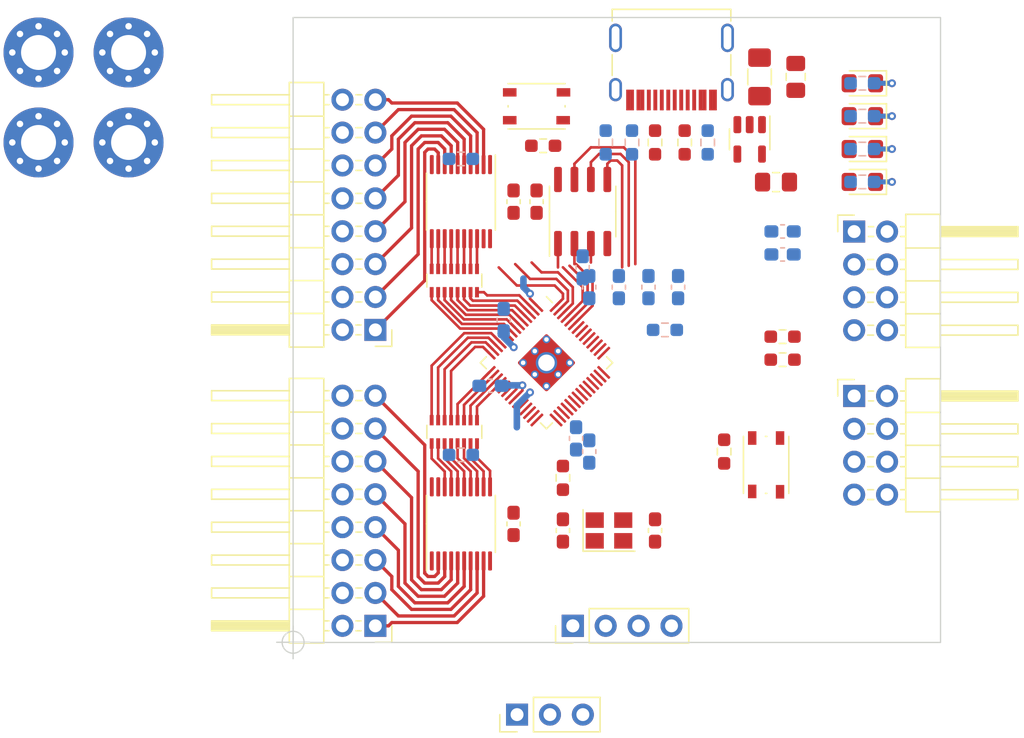
<source format=kicad_pcb>
(kicad_pcb (version 20211014) (generator pcbnew)
  (title_block (title "Jackrabbit RP2040 Logic Analyzer") (date "2022-07-10") (rev "A") (comment 2 "Ray Sun") (comment 3 "Brandon Gong") (comment 4 "Brain Cruz"))
  (layers (0 "F.Cu" signal) (31 "B.Cu" signal) (36 "B.SilkS" user "B.Silkscreen") (37 "F.SilkS" user "F.Silkscreen") (38 "B.Mask" user) (39 "F.Mask" user) (44 "Edge.Cuts" user))
  (net 0 "")
  (net 1 "+3V3")
  (net 2 "GND")
  (net 3 "+5V")
  (net 4 "+1V1")
  (net 5 "/VREF_ADC")
  (net 6 "Net-(C17-Pad2)")
  (net 7 "Net-(C18-Pad2)")
  (net 8 "Net-(D1-Pad1)")
  (net 9 "Net-(D2-Pad1)")
  (net 10 "Net-(D3-Pad1)")
  (net 11 "Net-(D4-Pad1)")
  (net 12 "VUSB")
  (net 13 "Net-(J1-PadA5)")
  (net 14 "/USB_D+")
  (net 15 "/USB_D-")
  (net 17 "Net-(J1-PadB5)")
  (net 19 "/OUT_DIG0")
  (net 20 "/OUT_DIG1")
  (net 21 "/OUT_DIG2")
  (net 22 "/OUT_DIG3")
  (net 23 "/OUT_DIG4")
  (net 24 "/OUT_DIG5")
  (net 25 "/OUT_DIG6")
  (net 26 "/OUT_DIG7")
  (net 27 "/OUT_DIG8")
  (net 28 "/OUT_DIG9")
  (net 29 "/OUT_DIG10")
  (net 30 "/OUT_DIG11")
  (net 31 "/OUT_DIG12")
  (net 32 "/OUT_DIG13")
  (net 33 "/OUT_DIG14")
  (net 34 "/OUT_DIG15")
  (net 35 "/ADC0")
  (net 36 "/ADC1")
  (net 37 "/ADC2")
  (net 38 "/ADC3")
  (net 39 "/RX")
  (net 40 "/TX")
  (net 41 "/SWCLK")
  (net 42 "/SWDIO")
  (net 43 "Net-(R4-Pad1)")
  (net 44 "Net-(R5-Pad1)")
  (net 45 "/QSPI_SS")
  (net 46 "/~{DIR_OUT_A}")
  (net 47 "/~{USB_BOOT}")
  (net 48 "Net-(R11-Pad2)")
  (net 49 "/~{DIR_OUT_B}")
  (net 50 "/~{RESET}")
  (net 51 "/LEDA")
  (net 52 "/LEDB")
  (net 53 "/LEDC")
  (net 55 "/DIG7")
  (net 56 "/DIG6")
  (net 57 "/DIG5")
  (net 58 "/DIG4")
  (net 59 "/DIG3")
  (net 60 "/DIG2")
  (net 61 "/DIG1")
  (net 62 "/DIG0")
  (net 63 "/QSPI_SD1")
  (net 64 "/QSPI_SD2")
  (net 65 "/QSPI_SD0")
  (net 66 "/QSPI_SCLK")
  (net 67 "/QSPI_SD3")
  (net 68 "/DIG8")
  (net 69 "/DIG9")
  (net 70 "/DIG10")
  (net 71 "/DIG11")
  (net 72 "/DIG12")
  (net 73 "/DIG13")
  (net 74 "/DIG14")
  (net 75 "/DIG15")
  (net 79 "Net-(R7-Pad1)")
  (net 80 "Net-(R8-Pad1)")
  (net 81 "Net-(RN1-Pad1)")
  (net 82 "Net-(RN1-Pad2)")
  (net 83 "Net-(RN1-Pad3)")
  (net 84 "Net-(RN1-Pad4)")
  (net 85 "Net-(RN1-Pad5)")
  (net 86 "Net-(RN1-Pad6)")
  (net 87 "Net-(RN1-Pad7)")
  (net 88 "Net-(RN1-Pad8)")
  (net 89 "Net-(RN2-Pad1)")
  (net 90 "Net-(RN2-Pad2)")
  (net 91 "Net-(RN2-Pad3)")
  (net 92 "Net-(RN2-Pad4)")
  (net 93 "Net-(RN2-Pad5)")
  (net 94 "Net-(RN2-Pad6)")
  (net 95 "Net-(RN2-Pad7)")
  (net 96 "Net-(RN2-Pad8)")
  (footprint "jackrabbit:RP2040-QFN-56_HandSoldering" (layer "F.Cu") (at 140.778 120.635 -45)
    (fp_text reference "U4" hide)
    (fp_text value "RP2040")
  )
  (footprint "Connector_PinHeader_2.54mm:PinHeader_2x04_P2.54mm_Horizontal" (layer "F.Cu") (at 164.53 123.2)
    (fp_text reference "J4" hide)
    (fp_text value "PinHeader_2.54mm_02x04")
  )
  (footprint "Resistor_SMD:R_0603_1608Metric_Pad0.98x0.95mm_HandSolder" (layer "F.Cu") (at 142.048 129.525 90)
    (fp_text reference "R11" hide)
    (fp_text value "1k")
  )
  (footprint "Package_TO_SOT_SMD:SOT-23-5" (layer "F.Cu") (at 156.464 103.378 -90)
    (fp_text reference "U1" hide)
    (fp_text value "MIC5319-3.3YD5")
  )
  (footprint "Resistor_SMD:R_Array_Convex_8x0602" (layer "F.Cu") (at 133.666 125.969 90)
    (fp_text reference "RN2" hide)
    (fp_text value "220")
  )
  (footprint "Button_Switch_SMD:SW_Push_1P1T_NO_Vertical_Wuerth_434133025816" (layer "F.Cu") (at 140.016 100.823)
    (fp_text reference "SW1" hide)
    (fp_text value "SW_Push")
  )
  (footprint "Capacitor_SMD:C_0603_1608Metric_Pad1.08x0.95mm_HandSolder" (layer "F.Cu") (at 140.016 108.189 -90)
    (fp_text reference "C15" hide)
    (fp_text value "100n")
  )
  (footprint "Button_Switch_SMD:SW_Push_1P1T_NO_Vertical_Wuerth_434133025816" (layer "F.Cu") (at 157.734 128.524 -90)
    (fp_text reference "SW2" hide)
    (fp_text value "SW_Push")
  )
  (footprint "MountingHole:MountingHole_2.7mm_M2.5_Pad_Via" (layer "F.Cu") (at 101.57 103.617)
    (fp_text reference "H4" hide)
    (fp_text value "M2.5")
  )
  (footprint "Resistor_SMD:R_0603_1608Metric_Pad0.98x0.95mm_HandSolder" (layer "F.Cu") (at 151.446 103.617 90)
    (fp_text reference "R5" hide)
    (fp_text value "27")
  )
  (footprint "LED_SMD:LED_0805_2012Metric_Pad1.15x1.40mm_HandSolder" (layer "F.Cu") (at 165.162 101.585 180)
    (fp_text reference "D2" hide)
    (fp_text value "YEL")
  )
  (footprint "Capacitor_SMD:C_0805_2012Metric_Pad1.18x1.45mm_HandSolder" (layer "F.Cu") (at 160.02 98.552 90)
    (fp_text reference "C2" hide)
    (fp_text value "10u")
  )
  (footprint "Crystal:Crystal_SMD_SeikoEpson_FA238-4Pin_3.2x2.5mm" (layer "F.Cu") (at 145.604 133.589)
    (fp_text reference "Y1" hide)
    (fp_text value "ECS-120-18-33-JGN")
  )
  (footprint "Package_SO:TSSOP-20_4.4x5mm_P0.5mm" (layer "F.Cu") (at 134.174 133.081 90)
    (fp_text reference "U5" hide)
    (fp_text value "74LVX245")
  )
  (footprint "Connector_PinHeader_2.54mm:PinHeader_2x08_P2.54mm_Horizontal" (layer "F.Cu") (at 127.57 118.095 180)
    (fp_text reference "J2" hide)
    (fp_text value "PinHeader_2.54mm_02x08")
  )
  (footprint "Capacitor_SMD:C_0805_2012Metric_Pad1.18x1.45mm_HandSolder" (layer "F.Cu") (at 158.496 106.68)
    (fp_text reference "C3" hide)
    (fp_text value "10u")
  )
  (footprint "Connector_PinHeader_2.54mm:PinHeader_1x04_P2.54mm_Vertical" (layer "F.Cu") (at 142.81 140.955 90)
    (fp_text reference "J6" hide)
    (fp_text value "PinHeader_2.54mm_01x04")
  )
  (footprint "MountingHole:MountingHole_2.7mm_M2.5_Pad_Via" (layer "F.Cu") (at 108.52 96.667)
    (fp_text reference "H3" hide)
    (fp_text value "M2.5")
  )
  (footprint "Package_SO:SOIC-8_3.9x4.9mm_P1.27mm" (layer "F.Cu") (at 143.572 108.951 90)
    (fp_text reference "U3" hide)
    (fp_text value "W25Q16JVSNIQ")
  )
  (footprint "LED_SMD:LED_0805_2012Metric_Pad1.15x1.40mm_HandSolder" (layer "F.Cu") (at 165.162 104.125 180)
    (fp_text reference "D3" hide)
    (fp_text value "GRN")
  )
  (footprint "Capacitor_SMD:C_0603_1608Metric_Pad1.08x0.95mm_HandSolder" (layer "F.Cu") (at 138.238 133.081 -90)
    (fp_text reference "C16" hide)
    (fp_text value "100n")
  )
  (footprint "LED_SMD:LED_0805_2012Metric_Pad1.15x1.40mm_HandSolder" (layer "F.Cu") (at 165.162 99.045 180)
    (fp_text reference "D1" hide)
    (fp_text value "RED")
  )
  (footprint "MountingHole:MountingHole_2.7mm_M2.5_Pad_Via" (layer "F.Cu") (at 101.57 96.667)
    (fp_text reference "H2" hide)
    (fp_text value "M2.5")
  )
  (footprint "Connector_PinHeader_2.54mm:PinHeader_2x08_P2.54mm_Horizontal" (layer "F.Cu") (at 127.57 140.955 180)
    (fp_text reference "J3" hide)
    (fp_text value "PinHeader_2.54mm_02x08")
  )
  (footprint "MountingHole:MountingHole_2.7mm_M2.5_Pad_Via" (layer "F.Cu") (at 108.52 103.617)
    (fp_text reference "H1" hide)
    (fp_text value "M2.5")
  )
  (footprint "LED_SMD:LED_0805_2012Metric_Pad1.15x1.40mm_HandSolder" (layer "F.Cu") (at 165.162 106.665 180)
    (fp_text reference "D4" hide)
    (fp_text value "BLU")
  )
  (footprint "Resistor_SMD:R_0603_1608Metric_Pad0.98x0.95mm_HandSolder" (layer "F.Cu") (at 159.004 120.396)
    (fp_text reference "R7" hide)
    (fp_text value "100")
  )
  (footprint "Capacitor_SMD:C_0603_1608Metric_Pad1.08x0.95mm_HandSolder" (layer "F.Cu") (at 138.238 108.189 90)
    (fp_text reference "C11" hide)
    (fp_text value "100n")
  )
  (footprint "Connector_PinHeader_2.54mm:PinHeader_2x04_P2.54mm_Horizontal" (layer "F.Cu") (at 164.53 110.5)
    (fp_text reference "J5" hide)
    (fp_text value "PinHeader_2.54mm_02x04")
  )
  (footprint "Resistor_SMD:R_0603_1608Metric_Pad0.98x0.95mm_HandSolder" (layer "F.Cu") (at 154.494 127.493 90)
    (fp_text reference "R13" hide)
    (fp_text value "10k")
  )
  (footprint "Fuse:Fuse_1206_3216Metric_Pad1.42x1.75mm_HandSolder" (layer "F.Cu") (at 157.226 98.552 -90)
    (fp_text reference "F1" hide)
    (fp_text value "0ZCJ0025FF2E")
  )
  (footprint "Resistor_SMD:R_0603_1608Metric_Pad0.98x0.95mm_HandSolder" (layer "F.Cu") (at 159.004 118.618)
    (fp_text reference "R8" hide)
    (fp_text value "100")
  )
  (footprint "Resistor_SMD:R_0603_1608Metric_Pad0.98x0.95mm_HandSolder" (layer "F.Cu") (at 149.16 103.617 90)
    (fp_text reference "R4" hide)
    (fp_text value "27")
  )
  (footprint "Resistor_SMD:R_0603_1608Metric_Pad0.98x0.95mm_HandSolder" (layer "F.Cu") (at 140.524 103.871)
    (fp_text reference "R6" hide)
    (fp_text value "DNP")
  )
  (footprint "Resistor_SMD:R_Array_Convex_8x0602" (layer "F.Cu") (at 133.666 114.285 -90)
    (fp_text reference "RN1" hide)
    (fp_text value "220")
  )
  (footprint "Capacitor_SMD:C_0603_1608Metric_Pad1.08x0.95mm_HandSolder" (layer "F.Cu") (at 142.048 133.589 -90)
    (fp_text reference "C17" hide)
    (fp_text value "27p")
  )
  (footprint "Package_SO:TSSOP-20_4.4x5mm_P0.5mm" (layer "F.Cu") (at 134.174 108.189 -90)
    (fp_text reference "U2" hide)
    (fp_text value "74LVX245")
  )
  (footprint "Capacitor_SMD:C_0603_1608Metric_Pad1.08x0.95mm_HandSolder" (layer "F.Cu") (at 149.16 133.589 90)
    (fp_text reference "C18" hide)
    (fp_text value "27p")
  )
  (footprint "jackrabbit:USB_C_Receptacle_Molex_2171790001" (layer "F.Cu") (at 150.43 99.538 180)
    (fp_text reference "J1" hide)
    (fp_text value "USB_C")
  )
  (footprint "Connector_PinHeader_2.54mm:PinHeader_1x03_P2.54mm_Vertical" (layer "F.Cu") (at 138.507 147.813 90)
    (fp_text reference "J7" hide)
    (fp_text value "PinHeader_2.54mm_01x03")
  )
  (footprint "Resistor_SMD:R_0603_1608Metric_Pad0.98x0.95mm_HandSolder" (layer "B.Cu") (at 134.174 127.747)
    (fp_text reference "R12" hide)
    (fp_text value "10k")
  )
  (footprint "Resistor_SMD:R_0603_1608Metric_Pad0.98x0.95mm_HandSolder" (layer "B.Cu") (at 165.162 106.665 180)
    (fp_text reference "R17" hide)
    (fp_text value "100")
  )
  (footprint "Capacitor_SMD:C_0603_1608Metric_Pad1.08x0.95mm_HandSolder" (layer "B.Cu") (at 144.08 114.793 -90)
    (fp_text reference "C13" hide)
    (fp_text value "100n")
  )
  (footprint "Resistor_SMD:R_0603_1608Metric_Pad0.98x0.95mm_HandSolder" (layer "B.Cu") (at 147.382 103.617 -90)
    (fp_text reference "R1" hide)
    (fp_text value "5.1k")
  )
  (footprint "Resistor_SMD:R_0603_1608Metric_Pad0.98x0.95mm_HandSolder" (layer "B.Cu") (at 165.162 104.125 180)
    (fp_text reference "R16" hide)
    (fp_text value "100")
  )
  (footprint "Capacitor_SMD:C_0603_1608Metric_Pad1.08x0.95mm_HandSolder" (layer "B.Cu") (at 137.476 117.333 90)
    (fp_text reference "C8" hide)
    (fp_text value "100n")
  )
  (footprint "Capacitor_SMD:C_0603_1608Metric_Pad1.08x0.95mm_HandSolder" (layer "B.Cu") (at 150.938 114.793 90)
    (fp_text reference "C1" hide)
    (fp_text value "2.2u")
  )
  (footprint "Resistor_SMD:R_0603_1608Metric_Pad0.98x0.95mm_HandSolder" (layer "B.Cu") (at 149.922 118.095 180)
    (fp_text reference "R3" hide)
    (fp_text value "200")
  )
  (footprint "Capacitor_SMD:C_0603_1608Metric_Pad1.08x0.95mm_HandSolder" (layer "B.Cu") (at 148.652 114.793 -90)
    (fp_text reference "C10" hide)
    (fp_text value "2.2u")
  )
  (footprint "Capacitor_SMD:C_0603_1608Metric_Pad1.08x0.95mm_HandSolder" (layer "B.Cu") (at 136.46 122.413 180)
    (fp_text reference "C7" hide)
    (fp_text value "100n")
  )
  (footprint "Resistor_SMD:R_0603_1608Metric_Pad0.98x0.95mm_HandSolder" (layer "B.Cu") (at 165.162 101.585 180)
    (fp_text reference "R15" hide)
    (fp_text value "100")
  )
  (footprint "Resistor_SMD:R_0603_1608Metric_Pad0.98x0.95mm_HandSolder" (layer "B.Cu") (at 165.162 99.045 180)
    (fp_text reference "R14" hide)
    (fp_text value "1k")
  )
  (footprint "Capacitor_SMD:C_0603_1608Metric_Pad1.08x0.95mm_HandSolder" (layer "B.Cu") (at 146.366 114.793 90)
    (fp_text reference "C4" hide)
    (fp_text value "100n")
  )
  (footprint "Resistor_SMD:R_0603_1608Metric_Pad0.98x0.95mm_HandSolder" (layer "B.Cu") (at 153.224 103.617 -90)
    (fp_text reference "R2" hide)
    (fp_text value "5.1k")
  )
  (footprint "Capacitor_SMD:C_0603_1608Metric_Pad1.08x0.95mm_HandSolder" (layer "B.Cu") (at 143.064 126.477 90)
    (fp_text reference "C12" hide)
    (fp_text value "100n")
  )
  (footprint "Capacitor_SMD:C_0603_1608Metric_Pad1.08x0.95mm_HandSolder" (layer "B.Cu") (at 144.08 127.493 -90)
    (fp_text reference "C6" hide)
    (fp_text value "100n")
  )
  (footprint "Capacitor_SMD:C_0603_1608Metric_Pad1.08x0.95mm_HandSolder" (layer "B.Cu") (at 159.004 110.49)
    (fp_text reference "C14" hide)
    (fp_text value "2.2u")
  )
  (footprint "Resistor_SMD:R_0603_1608Metric_Pad0.98x0.95mm_HandSolder" (layer "B.Cu") (at 134.174 104.887)
    (fp_text reference "R9" hide)
    (fp_text value "10k")
  )
  (footprint "Capacitor_SMD:C_0603_1608Metric_Pad1.08x0.95mm_HandSolder" (layer "B.Cu") (at 143.572 113.269 90)
    (fp_text reference "C9" hide)
    (fp_text value "100n")
  )
  (footprint "Resistor_SMD:R_0603_1608Metric_Pad0.98x0.95mm_HandSolder" (layer "B.Cu") (at 145.35 103.617 90)
    (fp_text reference "R10" hide)
    (fp_text value "1k")
  )
  (footprint "Capacitor_SMD:C_0603_1608Metric_Pad1.08x0.95mm_HandSolder" (layer "B.Cu") (at 159.004 112.268)
    (fp_text reference "C5" hide)
    (fp_text value "100n")
  )
  (gr_rect (start 121.22 93.965) (end 171.196 142.24) (layer "Edge.Cuts") (width 0.1016) (fill none))
  (target plus (at 121.22 142.225) (size 2.54) (width 0.1016) (layer "Edge.Cuts"))
  (segment (start 138.338482 123.357361) (end 138.91828 122.777563) (width 0.2032) (layer "F.Cu") (net 1))
  (segment (start 137.489953 118.761167) (end 138.165532 119.436746) (width 0.2032) (layer "F.Cu") (net 1))
  (segment (start 138.91828 122.777563) (end 138.91828 122.378496) (width 0.2032) (layer "F.Cu") (net 1))
  (segment (start 139.508 115.688045) (end 139.508 115.301) (width 0.2032) (layer "F.Cu") (net 1))
  (segment (start 140.035538 116.215583) (end 139.508 115.688045) (width 0.2032) (layer "F.Cu") (net 1))
  (segment (start 138.165532 119.436746) (end 138.250818 119.436746) (width 0.2032) (layer "F.Cu") (net 1))
  (via (at 138.250818 119.436746) (size 0.6096) (drill 0.3048) (layers "F.Cu" "B.Cu") (net 1))
  (via (at 139.508 115.301) (size 0.6096) (drill 0.3048) (layers "F.Cu" "B.Cu") (net 1))
  (via (at 138.91828 122.378496) (size 0.6096) (drill 0.3048) (layers "F.Cu" "B.Cu") (net 1))
  (segment (start 139 114.793) (end 139.508 115.301) (width 0.508) (layer "B.Cu") (net 1))
  (segment (start 137.357004 122.378496) (end 137.3225 122.413) (width 0.508) (layer "B.Cu") (net 1))
  (segment (start 138.91828 122.378496) (end 137.357004 122.378496) (width 0.508) (layer "B.Cu") (net 1))
  (segment (start 137.476 118.1955) (end 137.476 118.661928) (width 0.508) (layer "B.Cu") (net 1))
  (segment (start 139 114.1315) (end 139 114.793) (width 0.508) (layer "B.Cu") (net 1))
  (segment (start 137.476 118.661928) (end 138.250818 119.436746) (width 0.508) (layer "B.Cu") (net 1))
  (segment (start 139.340528 122.921) (end 139.508 122.921) (width 0.2032) (layer "F.Cu") (net 4))
  (segment (start 138.621324 123.640204) (end 139.340528 122.921) (width 0.2032) (layer "F.Cu") (net 4))
  (via (at 139.508 122.921) (size 0.6096) (drill 0.3048) (layers "F.Cu" "B.Cu") (net 4))
  (segment (start 138.492 123.937) (end 138.492 125.6145) (width 0.508) (layer "B.Cu") (net 4))
  (segment (start 139.508 122.921) (end 138.492 123.937) (width 0.508) (layer "B.Cu") (net 4))
  (segment (start 166.187 99.045) (end 167.448 99.045) (width 0.381) (layer "F.Cu") (net 8))
  (via (at 167.448 99.045) (size 0.6096) (drill 0.3048) (layers "F.Cu" "B.Cu") (net 8))
  (segment (start 167.448 99.045) (end 166.0745 99.045) (width 0.381) (layer "B.Cu") (net 8))
  (segment (start 167.448 101.585) (end 166.187 101.585) (width 0.381) (layer "F.Cu") (net 9))
  (via (at 167.448 101.585) (size 0.6096) (drill 0.3048) (layers "F.Cu" "B.Cu") (net 9))
  (segment (start 166.0745 101.585) (end 167.448 101.585) (width 0.381) (layer "B.Cu") (net 9))
  (segment (start 166.187 104.125) (end 167.448 104.125) (width 0.381) (layer "F.Cu") (net 10))
  (via (at 167.448 104.125) (size 0.6096) (drill 0.3048) (layers "F.Cu" "B.Cu") (net 10))
  (segment (start 167.448 104.125) (end 166.0745 104.125) (width 0.381) (layer "B.Cu") (net 10))
  (segment (start 167.448 106.665) (end 166.187 106.665) (width 0.381) (layer "F.Cu") (net 11))
  (via (at 167.448 106.665) (size 0.6096) (drill 0.3048) (layers "F.Cu" "B.Cu") (net 11))
  (segment (start 166.0745 106.665) (end 167.448 106.665) (width 0.381) (layer "B.Cu") (net 11))
  (segment (start 127.57 100.315) (end 128.586 100.315) (width 0.254) (layer "F.Cu") (net 19))
  (segment (start 135.924 102.601) (end 135.924 105.3265) (width 0.254) (layer "F.Cu") (net 19))
  (segment (start 128.84 100.569) (end 133.892 100.569) (width 0.254) (layer "F.Cu") (net 19))
  (segment (start 133.892 100.569) (end 135.924 102.601) (width 0.254) (layer "F.Cu") (net 19))
  (segment (start 128.586 100.315) (end 128.84 100.569) (width 0.254) (layer "F.Cu") (net 19))
  (segment (start 129.348 101.077) (end 133.646 101.077) (width 0.254) (layer "F.Cu") (net 20))
  (segment (start 133.646 101.077) (end 135.424 102.855) (width 0.254) (layer "F.Cu") (net 20))
  (segment (start 127.57 102.855) (end 129.348 101.077) (width 0.254) (layer "F.Cu") (net 20))
  (segment (start 135.424 102.855) (end 135.424 105.3265) (width 0.254) (layer "F.Cu") (net 20))
  (segment (start 134.924 103.109) (end 134.924 105.3265) (width 0.254) (layer "F.Cu") (net 21))
  (segment (start 128.84 103.109) (end 130.364 101.585) (width 0.254) (layer "F.Cu") (net 21))
  (segment (start 128.84 104.125) (end 128.84 103.109) (width 0.254) (layer "F.Cu") (net 21))
  (segment (start 130.364 101.585) (end 133.4 101.585) (width 0.254) (layer "F.Cu") (net 21))
  (segment (start 127.57 105.395) (end 128.84 104.125) (width 0.254) (layer "F.Cu") (net 21))
  (segment (start 133.4 101.585) (end 134.924 103.109) (width 0.254) (layer "F.Cu") (net 21))
  (segment (start 127.57 107.935) (end 129.348 106.157) (width 0.254) (layer "F.Cu") (net 22))
  (segment (start 129.348 103.363) (end 130.618 102.093) (width 0.254) (layer "F.Cu") (net 22))
  (segment (start 134.424 103.359) (end 134.424 105.3265) (width 0.254) (layer "F.Cu") (net 22))
  (segment (start 129.348 106.157) (end 129.348 103.363) (width 0.254) (layer "F.Cu") (net 22))
  (segment (start 133.158 102.093) (end 134.424 103.359) (width 0.254) (layer "F.Cu") (net 22))
  (segment (start 130.618 102.093) (end 133.158 102.093) (width 0.254) (layer "F.Cu") (net 22))
  (segment (start 129.856 108.189) (end 129.856 103.617) (width 0.254) (layer "F.Cu") (net 23))
  (segment (start 127.57 110.475) (end 129.856 108.189) (width 0.254) (layer "F.Cu") (net 23))
  (segment (start 132.908 102.601) (end 133.924 103.617) (width 0.254) (layer "F.Cu") (net 23))
  (segment (start 130.872 102.601) (end 132.908 102.601) (width 0.254) (layer "F.Cu") (net 23))
  (segment (start 133.924 103.617) (end 133.924 105.3265) (width 0.254) (layer "F.Cu") (net 23))
  (segment (start 129.856 103.617) (end 130.872 102.601) (width 0.254) (layer "F.Cu") (net 23))
  (segment (start 131.126 103.109) (end 132.662 103.109) (width 0.254) (layer "F.Cu") (net 24))
  (segment (start 130.364 110.221) (end 130.364 103.871) (width 0.254) (layer "F.Cu") (net 24))
  (segment (start 130.364 103.871) (end 131.126 103.109) (width 0.254) (layer "F.Cu") (net 24))
  (segment (start 127.57 113.015) (end 130.364 110.221) (width 0.254) (layer "F.Cu") (net 24))
  (segment (start 132.662 103.109) (end 133.424 103.871) (width 0.254) (layer "F.Cu") (net 24))
  (segment (start 133.424 103.871) (end 133.424 105.3265) (width 0.254) (layer "F.Cu") (net 24))
  (segment (start 132.416 103.617) (end 132.924 104.125) (width 0.254) (layer "F.Cu") (net 25))
  (segment (start 130.872 112.253) (end 130.872 104.125) (width 0.254) (layer "F.Cu") (net 25))
  (segment (start 132.924 104.125) (end 132.924 105.3265) (width 0.254) (layer "F.Cu") (net 25))
  (segment (start 127.57 115.555) (end 130.872 112.253) (width 0.254) (layer "F.Cu") (net 25))
  (segment (start 131.38 103.617) (end 132.416 103.617) (width 0.254) (layer "F.Cu") (net 25))
  (segment (start 130.872 104.125) (end 131.38 103.617) (width 0.254) (layer "F.Cu") (net 25))
  (segment (start 132.142 104.125) (end 131.634 104.125) (width 0.254) (layer "F.Cu") (net 26))
  (segment (start 132.424 105.3265) (end 132.424 104.407) (width 0.254) (layer "F.Cu") (net 26))
  (segment (start 132.424 104.407) (end 132.142 104.125) (width 0.254) (layer "F.Cu") (net 26))
  (segment (start 131.38 114.285) (end 127.57 118.095) (width 0.254) (layer "F.Cu") (net 26))
  (segment (start 131.38 104.379) (end 131.38 114.285) (width 0.254) (layer "F.Cu") (net 26))
  (segment (start 131.634 104.125) (end 131.38 104.379) (width 0.254) (layer "F.Cu") (net 26))
  (segment (start 131.634 137.145) (end 132.142 137.145) (width 0.254) (layer "F.Cu") (net 27))
  (segment (start 131.38 126.985) (end 127.57 123.175) (width 0.254) (layer "F.Cu") (net 27))
  (segment (start 132.424 136.863) (end 132.424 135.9435) (width 0.254) (layer "F.Cu") (net 27))
  (segment (start 132.142 137.145) (end 132.424 136.863) (width 0.254) (layer "F.Cu") (net 27))
  (segment (start 131.38 136.891) (end 131.38 126.985) (width 0.254) (layer "F.Cu") (net 27))
  (segment (start 131.38 136.891) (end 131.634 137.145) (width 0.254) (layer "F.Cu") (net 27))
  (segment (start 127.57 125.715) (end 130.872 129.017) (width 0.254) (layer "F.Cu") (net 28))
  (segment (start 130.872 129.017) (end 130.872 137.145) (width 0.254) (layer "F.Cu") (net 28))
  (segment (start 132.924 137.145) (end 132.924 135.9435) (width 0.254) (layer "F.Cu") (net 28))
  (segment (start 132.416 137.653) (end 132.924 137.145) (width 0.254) (layer "F.Cu") (net 28))
  (segment (start 131.38 137.653) (end 132.416 137.653) (width 0.254) (layer "F.Cu") (net 28))
  (segment (start 130.872 137.145) (end 131.38 137.653) (width 0.254) (layer "F.Cu") (net 28))
  (segment (start 131.126 138.161) (end 132.662 138.161) (width 0.254) (layer "F.Cu") (net 29))
  (segment (start 130.364 137.399) (end 131.126 138.161) (width 0.254) (layer "F.Cu") (net 29))
  (segment (start 130.364 131.049) (end 130.364 137.399) (width 0.254) (layer "F.Cu") (net 29))
  (segment (start 132.662 138.161) (end 133.424 137.399) (width 0.254) (layer "F.Cu") (net 29))
  (segment (start 127.57 128.255) (end 130.364 131.049) (width 0.254) (layer "F.Cu") (net 29))
  (segment (start 133.424 137.399) (end 133.424 135.9435) (width 0.254) (layer "F.Cu") (net 29))
  (segment (start 133.924 137.653) (end 133.924 135.9435) (width 0.254) (layer "F.Cu") (net 30))
  (segment (start 130.872 138.669) (end 132.908 138.669) (width 0.254) (layer "F.Cu") (net 30))
  (segment (start 132.908 138.669) (end 133.924 137.653) (width 0.254) (layer "F.Cu") (net 30))
  (segment (start 129.856 133.081) (end 129.856 137.653) (width 0.254) (layer "F.Cu") (net 30))
  (segment (start 129.856 137.653) (end 130.872 138.669) (width 0.254) (layer "F.Cu") (net 30))
  (segment (start 127.57 130.795) (end 129.856 133.081) (width 0.254) (layer "F.Cu") (net 30))
  (segment (start 134.424 137.911) (end 134.424 135.9435) (width 0.254) (layer "F.Cu") (net 31))
  (segment (start 129.348 135.113) (end 129.348 137.907) (width 0.254) (layer "F.Cu") (net 31))
  (segment (start 127.57 133.335) (end 129.348 135.113) (width 0.254) (layer "F.Cu") (net 31))
  (segment (start 130.618 139.177) (end 133.158 139.177) (width 0.254) (layer "F.Cu") (net 31))
  (segment (start 133.158 139.177) (end 134.424 137.911) (width 0.254) (layer "F.Cu") (net 31))
  (segment (start 129.348 137.907) (end 130.618 139.177) (width 0.254) (layer "F.Cu") (net 31))
  (segment (start 133.4 139.685) (end 134.924 138.161) (width 0.254) (layer "F.Cu") (net 32))
  (segment (start 128.84 137.145) (end 128.84 138.161) (width 0.254) (layer "F.Cu") (net 32))
  (segment (start 128.84 138.161) (end 130.364 139.685) (width 0.254) (layer "F.Cu") (net 32))
  (segment (start 130.364 139.685) (end 133.4 139.685) (width 0.254) (layer "F.Cu") (net 32))
  (segment (start 134.924 138.161) (end 134.924 135.9435) (width 0.254) (layer "F.Cu") (net 32))
  (segment (start 127.57 135.875) (end 128.84 137.145) (width 0.254) (layer "F.Cu") (net 32))
  (segment (start 135.424 138.415) (end 135.424 135.9435) (width 0.254) (layer "F.Cu") (net 33))
  (segment (start 127.57 138.415) (end 129.348 140.193) (width 0.254) (layer "F.Cu") (net 33))
  (segment (start 133.646 140.193) (end 135.424 138.415) (width 0.254) (layer "F.Cu") (net 33))
  (segment (start 129.348 140.193) (end 133.646 140.193) (width 0.254) (layer "F.Cu") (net 33))
  (segment (start 135.924 138.669) (end 135.924 135.9435) (width 0.254) (layer "F.Cu") (net 34))
  (segment (start 128.84 140.701) (end 133.892 140.701) (width 0.254) (layer "F.Cu") (net 34))
  (segment (start 128.586 140.955) (end 128.84 140.701) (width 0.254) (layer "F.Cu") (net 34))
  (segment (start 133.892 140.701) (end 135.924 138.669) (width 0.254) (layer "F.Cu") (net 34))
  (segment (start 127.57 140.955) (end 128.586 140.955) (width 0.254) (layer "F.Cu") (net 34))
  (segment (start 141.520462 116.215583) (end 142.048 115.688045) (width 0.2032) (layer "F.Cu") (net 45))
  (segment (start 142.048 115.688045) (end 142.048 115.301) (width 0.2032) (layer "F.Cu") (net 45))
  (segment (start 142.048 115.301) (end 141.413 114.666) (width 0.2032) (layer "F.Cu") (net 45))
  (segment (start 138.492 114.666) (end 137.095 113.269) (width 0.2032) (layer "F.Cu") (net 45))
  (segment (start 141.667 113.269) (end 141.667 111.426) (width 0.2032) (layer "F.Cu") (net 45))
  (segment (start 141.413 114.666) (end 138.492 114.666) (width 0.2032) (layer "F.Cu") (net 45))
  (segment (start 131.916 115.185) (end 131.916 115.797006) (width 0.2032) (layer "F.Cu") (net 55))
  (segment (start 131.916 115.797006) (end 134.110429 117.991435) (width 0.2032) (layer "F.Cu") (net 55))
  (segment (start 134.110429 117.991435) (end 137.285907 117.991435) (width 0.2032) (layer "F.Cu") (net 55))
  (segment (start 137.285907 117.991435) (end 137.772796 118.478324) (width 0.2032) (layer "F.Cu") (net 55))
  (segment (start 137.496481 117.636324) (end 138.055639 118.195482) (width 0.2032) (layer "F.Cu") (net 56))
  (segment (start 132.416 115.185) (end 132.416 115.794805) (width 0.2032) (layer "F.Cu") (net 56))
  (segment (start 132.416 115.794805) (end 134.257519 117.636324) (width 0.2032) (layer "F.Cu") (net 56))
  (segment (start 134.257519 117.636324) (end 137.496481 117.636324) (width 0.2032) (layer "F.Cu") (net 56))
  (segment (start 134.404609 117.281213) (end 137.707056 117.281213) (width 0.2032) (layer "F.Cu") (net 57))
  (segment (start 132.916 115.185) (end 132.916 115.792604) (width 0.2032) (layer "F.Cu") (net 57))
  (segment (start 137.707056 117.281213) (end 138.338482 117.912639) (width 0.2032) (layer "F.Cu") (net 57))
  (segment (start 132.916 115.792604) (end 134.404609 117.281213) (width 0.2032) (layer "F.Cu") (net 57))
  (segment (start 137.91763 116.926102) (end 138.621324 117.629796) (width 0.2032) (layer "F.Cu") (net 58))
  (segment (start 133.416 115.790402) (end 134.5517 116.926102) (width 0.2032) (layer "F.Cu") (net 58))
  (segment (start 133.416 115.185) (end 133.416 115.790402) (width 0.2032) (layer "F.Cu") (net 58))
  (segment (start 134.5517 116.926102) (end 137.91763 116.926102) (width 0.2032) (layer "F.Cu") (net 58))
  (segment (start 133.916 115.7882) (end 134.698791 116.570991) (width 0.2032) (layer "F.Cu") (net 59))
  (segment (start 138.128205 116.570991) (end 138.904167 117.346953) (width 0.2032) (layer "F.Cu") (net 59))
  (segment (start 134.698791 116.570991) (end 138.128205 116.570991) (width 0.2032) (layer "F.Cu") (net 59))
  (segment (start 133.916 115.185) (end 133.916 115.7882) (width 0.2032) (layer "F.Cu") (net 59))
  (segment (start 134.416 115.742022) (end 134.889849 116.215871) (width 0.2032) (layer "F.Cu") (net 60))
  (segment (start 138.33877 116.215871) (end 139.18701 117.064111) (width 0.2032) (layer "F.Cu") (net 60))
  (segment (start 134.889849 116.215871) (end 138.33877 116.215871) (width 0.2032) (layer "F.Cu") (net 60))
  (segment (start 134.416 115.185) (end 134.416 115.742022) (width 0.2032) (layer "F.Cu") (net 60))
  (segment (start 135.092511 115.838511) (end 138.527095 115.838511) (width 0.2032) (layer "F.Cu") (net 61))
  (segment (start 134.916 115.662) (end 135.092511 115.838511) (width 0.2032) (layer "F.Cu") (net 61))
  (segment (start 138.527095 115.838511) (end 139.469852 116.781268) (width 0.2032) (layer "F.Cu") (net 61))
  (segment (start 134.916 115.185) (end 134.916 115.662) (width 0.2032) (layer "F.Cu") (net 61))
  (segment (start 135.416 115.185) (end 135.952 115.185) (width 0.2032) (layer "F.Cu") (net 62))
  (segment (start 135.952 115.185) (end 136.195 115.428) (width 0.2032) (layer "F.Cu") (net 62))
  (segment (start 136.195 115.428) (end 138.68227 115.428) (width 0.2032) (layer "F.Cu") (net 62))
  (segment (start 138.68227 115.428) (end 139.752695 116.498425) (width 0.2032) (layer "F.Cu") (net 62))
  (segment (start 139.508 114.158) (end 138.365 113.015) (width 0.2032) (layer "F.Cu") (net 63))
  (segment (start 141.803305 116.498425) (end 142.429 115.87273) (width 0.2032) (layer "F.Cu") (net 63))
  (segment (start 142.429 115.047) (end 141.54 114.158) (width 0.2032) (layer "F.Cu") (net 63))
  (segment (start 141.54 114.158) (end 139.508 114.158) (width 0.2032) (layer "F.Cu") (net 63))
  (segment (start 142.937 113.015) (end 142.937 111.426) (width 0.2032) (layer "F.Cu") (net 63))
  (segment (start 142.429 115.87273) (end 142.429 115.047) (width 0.2032) (layer "F.Cu") (net 63))
  (segment (start 142.81 114.793) (end 141.667 113.65) (width 0.2032) (layer "F.Cu") (net 64))
  (segment (start 142.81 116.057416) (end 142.81 114.793) (width 0.2032) (layer "F.Cu") (net 64))
  (segment (start 142.086148 116.781268) (end 142.81 116.057416) (width 0.2032) (layer "F.Cu") (net 64))
  (segment (start 144.207 112.888) (end 144.207 111.426) (width 0.2032) (layer "F.Cu") (net 64))
  (segment (start 141.667 113.65) (end 140.397 113.65) (width 0.2032) (layer "F.Cu") (net 64))
  (segment (start 140.397 113.65) (end 139.635 112.888) (width 0.2032) (layer "F.Cu") (net 64))
  (segment (start 145.731 105.014) (end 145.477 105.268) (width 0.2032) (layer "F.Cu") (net 65))
  (segment (start 146.62 113.263202) (end 146.62 105.395) (width 0.2032) (layer "F.Cu") (net 65))
  (segment (start 146.62 105.395) (end 146.239 105.014) (width 0.2032) (layer "F.Cu") (net 65))
  (segment (start 143.572 114.787202) (end 142.048 113.263202) (width 0.2032) (layer "F.Cu") (net 65))
  (segment (start 145.477 105.268) (end 145.477 106.476) (width 0.2032) (layer "F.Cu") (net 65))
  (segment (start 142.36899 117.064111) (end 143.572 115.861101) (width 0.2032) (layer "F.Cu") (net 65))
  (segment (start 143.572 115.861101) (end 143.572 114.787202) (width 0.2032) (layer "F.Cu") (net 65))
  (segment (start 146.239 105.014) (end 145.731 105.014) (width 0.2032) (layer "F.Cu") (net 65))
  (segment (start 143.953 114.539) (end 142.556 113.142) (width 0.2032) (layer "F.Cu") (net 66))
  (segment (start 144.842 104.506) (end 144.207 105.141) (width 0.2032) (layer "F.Cu") (net 66))
  (segment (start 142.651833 117.346953) (end 143.953 116.045786) (width 0.2032) (layer "F.Cu") (net 66))
  (segment (start 146.493 104.506) (end 144.842 104.506) (width 0.2032) (layer "F.Cu") (net 66))
  (segment (start 143.953 116.045786) (end 143.953 114.539) (width 0.2032) (layer "F.Cu") (net 66))
  (segment (start 144.207 105.141) (end 144.207 106.476) (width 0.2032) (layer "F.Cu") (net 66))
  (segment (start 147.128 113.142) (end 147.128 105.141) (width 0.2032) (layer "F.Cu") (net 66))
  (segment (start 147.128 105.141) (end 146.493 104.506) (width 0.2032) (layer "F.Cu") (net 66))
  (segment (start 144.207 103.998) (end 142.937 105.268) (width 0.2032) (layer "F.Cu") (net 67))
  (segment (start 144.334 114.285) (end 143.064 113.015) (width 0.2032) (layer "F.Cu") (net 67))
  (segment (start 142.937 105.268) (end 142.937 106.476) (width 0.2032) (layer "F.Cu") (net 67))
  (segment (start 147.636 104.887) (end 146.747 103.998) (width 0.2032) (layer "F.Cu") (net 67))
  (segment (start 147.636 113.015) (end 147.636 104.887) (width 0.2032) (layer "F.Cu") (net 67))
  (segment (start 146.747 103.998) (end 144.207 103.998) (width 0.2032) (layer "F.Cu") (net 67))
  (segment (start 144.334 116.230472) (end 144.334 114.285) (width 0.2032) (layer "F.Cu") (net 67))
  (segment (start 142.934676 117.629796) (end 144.334 116.230472) (width 0.2032) (layer "F.Cu") (net 67))
  (segment (start 137.207111 119.04401) (end 136.509656 118.346555) (width 0.2032) (layer "F.Cu") (net 68))
  (segment (start 136.509656 118.346555) (end 134.430445 118.346555) (width 0.2032) (layer "F.Cu") (net 68))
  (segment (start 131.916 120.861) (end 131.916 125.069) (width 0.2032) (layer "F.Cu") (net 68))
  (segment (start 134.430445 118.346555) (end 131.916 120.861) (width 0.2032) (layer "F.Cu") (net 68))
  (segment (start 136.924268 119.326852) (end 136.29908 118.701664) (width 0.2032) (layer "F.Cu") (net 69))
  (segment (start 134.710336 118.701664) (end 132.416 120.996) (width 0.2032) (layer "F.Cu") (net 69))
  (segment (start 132.416 120.996) (end 132.416 125.069) (width 0.2032) (layer "F.Cu") (net 69))
  (segment (start 136.29908 118.701664) (end 134.710336 118.701664) (width 0.2032) (layer "F.Cu") (net 69))
  (segment (start 134.990227 119.056773) (end 132.916 121.131) (width 0.2032) (layer "F.Cu") (net 70))
  (segment (start 132.916 121.131) (end 132.916 125.069) (width 0.2032) (layer "F.Cu") (net 70))
  (segment (start 136.641425 119.609695) (end 136.088503 119.056773) (width 0.2032) (layer "F.Cu") (net 70))
  (segment (start 136.088503 119.056773) (end 134.990227 119.056773) (width 0.2032) (layer "F.Cu") (net 70))
  (segment (start 133.416 121.266) (end 133.416 125.069) (width 0.2032) (layer "F.Cu") (net 71))
  (segment (start 135.270117 119.411883) (end 133.416 121.266) (width 0.2032) (layer "F.Cu") (net 71))
  (segment (start 136.358583 119.892538) (end 135.877924 119.411879) (width 0.2032) (layer "F.Cu") (net 71))
  (segment (start 135.877924 119.411879) (end 135.270117 119.411883) (width 0.2032) (layer "F.Cu") (net 71))
  (segment (start 136.358583 121.377462) (end 133.916 123.820045) (width 0.2032) (layer "F.Cu") (net 72))
  (segment (start 133.916 123.820045) (end 133.916 125.069) (width 0.2032) (layer "F.Cu") (net 72))
  (segment (start 134.416 125.069) (end 134.416 123.88573) (width 0.2032) (layer "F.Cu") (net 73))
  (segment (start 134.416 123.88573) (end 136.641425 121.660305) (width 0.2032) (layer "F.Cu") (net 73))
  (segment (start 134.916 123.951416) (end 134.916 125.069) (width 0.2032) (layer "F.Cu") (net 74))
  (segment (start 136.924268 121.943148) (end 134.916 123.951416) (width 0.2032) (layer "F.Cu") (net 74))
  (segment (start 135.416 124.017101) (end 137.207111 122.22599) (width 0.2032) (layer "F.Cu") (net 75))
  (segment (start 135.416 125.069) (end 135.416 124.017101) (width 0.2032) (layer "F.Cu") (net 75))
  (segment (start 135.416 113.385) (end 135.416 111.0595) (width 0.2032) (layer "F.Cu") (net 81))
  (segment (start 135.416 111.0595) (end 135.424 111.0515) (width 0.2032) (layer "F.Cu") (net 81))
  (segment (start 134.916 111.0595) (end 134.924 111.0515) (width 0.2032) (layer "F.Cu") (net 82))
  (segment (start 134.916 113.385) (end 134.916 111.0595) (width 0.2032) (layer "F.Cu") (net 82))
  (segment (start 134.416 113.385) (end 134.416 111.503) (width 0.2032) (layer "F.Cu") (net 83))
  (segment (start 133.916 111.0595) (end 133.924 111.0515) (width 0.2032) (layer "F.Cu") (net 84))
  (segment (start 133.916 113.385) (end 133.916 111.0595) (width 0.2032) (layer "F.Cu") (net 84))
  (segment (start 133.416 113.385) (end 133.416 111.0595) (width 0.2032) (layer "F.Cu") (net 85))
  (segment (start 133.416 111.0595) (end 133.424 111.0515) (width 0.2032) (layer "F.Cu") (net 85))
  (segment (start 132.916 113.385) (end 132.916 111.0595) (width 0.2032) (layer "F.Cu") (net 86))
  (segment (start 132.916 111.0595) (end 132.924 111.0515) (width 0.2032) (layer "F.Cu") (net 86))
  (segment (start 132.416 111.0595) (end 132.424 111.0515) (width 0.2032) (layer "F.Cu") (net 87))
  (segment (start 132.416 113.385) (end 132.416 111.0595) (width 0.2032) (layer "F.Cu") (net 87))
  (segment (start 131.916 111.0595) (end 131.924 111.0515) (width 0.2032) (layer "F.Cu") (net 88))
  (segment (start 131.916 113.385) (end 131.916 111.0595) (width 0.2032) (layer "F.Cu") (net 88))
  (segment (start 131.916 128.031202) (end 132.924 129.039202) (width 0.2032) (layer "F.Cu") (net 89))
  (segment (start 131.916 126.869) (end 131.916 128.031202) (width 0.2032) (layer "F.Cu") (net 89))
  (segment (start 132.924 129.039202) (end 132.924 130.2185) (width 0.2032) (layer "F.Cu") (net 89))
  (segment (start 132.416 126.869) (end 132.416 128.021) (width 0.2032) (layer "F.Cu") (net 90))
  (segment (start 133.424 129.029) (end 133.424 130.2185) (width 0.2032) (layer "F.Cu") (net 90))
  (segment (start 132.416 128.021) (end 133.424 129.029) (width 0.2032) (layer "F.Cu") (net 90))
  (segment (start 132.916 126.869) (end 132.916 128.018798) (width 0.2032) (layer "F.Cu") (net 91))
  (segment (start 133.924 129.026798) (end 133.924 130.2185) (width 0.2032) (layer "F.Cu") (net 91))
  (segment (start 132.916 128.018798) (end 133.924 129.026798) (width 0.2032) (layer "F.Cu") (net 91))
  (segment (start 134.424 129.024596) (end 134.424 130.2185) (width 0.2032) (layer "F.Cu") (net 92))
  (segment (start 133.416 126.869) (end 133.416 128.016596) (width 0.2032) (layer "F.Cu") (net 92))
  (segment (start 133.416 128.016596) (end 134.424 129.024596) (width 0.2032) (layer "F.Cu") (net 92))
  (segment (start 134.924 129.022342) (end 134.924 130.2185) (width 0.2032) (layer "F.Cu") (net 93))
  (segment (start 133.916 128.014342) (end 134.924 129.022342) (width 0.2032) (layer "F.Cu") (net 93))
  (segment (start 133.916 126.869) (end 133.916 128.014342) (width 0.2032) (layer "F.Cu") (net 93))
  (segment (start 134.416 126.869) (end 134.416 128.012138) (width 0.2032) (layer "F.Cu") (net 94))
  (segment (start 134.416 128.012138) (end 135.424 129.020138) (width 0.2032) (layer "F.Cu") (net 94))
  (segment (start 135.424 129.020138) (end 135.424 130.2185) (width 0.2032) (layer "F.Cu") (net 94))
  (segment (start 134.916 128.009938) (end 135.924 129.017938) (width 0.2032) (layer "F.Cu") (net 95))
  (segment (start 134.916 126.869) (end 134.916 128.009938) (width 0.2032) (layer "F.Cu") (net 95))
  (segment (start 135.924 129.017938) (end 135.924 130.2185) (width 0.2032) (layer "F.Cu") (net 95))
  (segment (start 135.416 127.973) (end 136.424 128.981) (width 0.2032) (layer "F.Cu") (net 96))
  (segment (start 136.424 128.981) (end 136.424 130.2185) (width 0.2032) (layer "F.Cu") (net 96))
  (segment (start 135.416 126.869) (end 135.416 127.973) (width 0.2032) (layer "F.Cu") (net 96))
)
</source>
